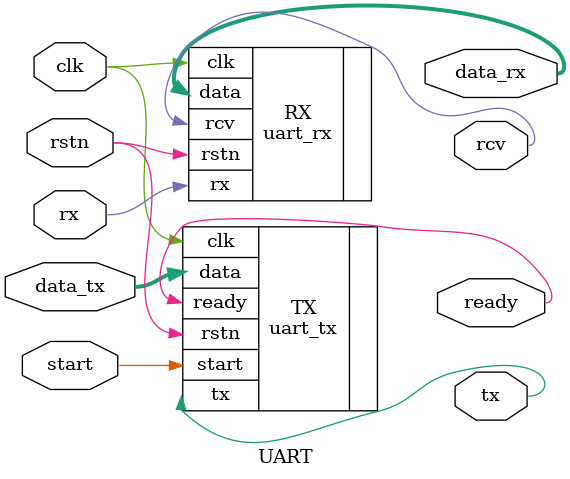
<source format=v>
module UART(
	input wire clk,		// Reloj del sistema(100MHz en Nexys 4)
	input wire rstn,	// Reset global
	input wire start,	// Nivel alto para transmitir
	input wire [7:0] data_tx,	// Recepción de datos a transmitir en paralelo
	output wire ready,	// Nivel alto listo para transmitir / nivel bajo ocupado (busy)
	output wire tx,		// Salida de datos serie
	input wire rx,		// Entrada de datos serie
	output wire [7:0] data_rx,	// Sacar dato rx serie mostrado en paralelo 
	output wire rcv		// Nivel alto dato recibido / Nivel bajo recibiendo dato
	);

uart_tx TX(
	.clk(clk),
	.rstn(rstn),
	.start(start),
	.data(data_tx),
	.tx(tx),
	.ready(ready)
	);

uart_rx RX(
	.clk(clk),
	.rstn(rstn),
	.rx(rx),
	.rcv(rcv),
	.data(data_rx)
	);

endmodule

</source>
